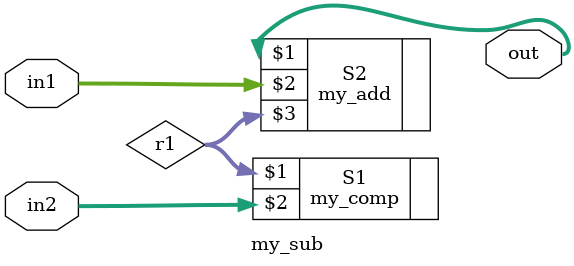
<source format=v>
module my_sub(out, in1, in2);
    output [7:0] out;
    input [7:0] in1, in2;
    wire [7:0] r1;
    my_comp S1(r1, in2);
    my_add S2(out, in1, r1);
endmodule
</source>
